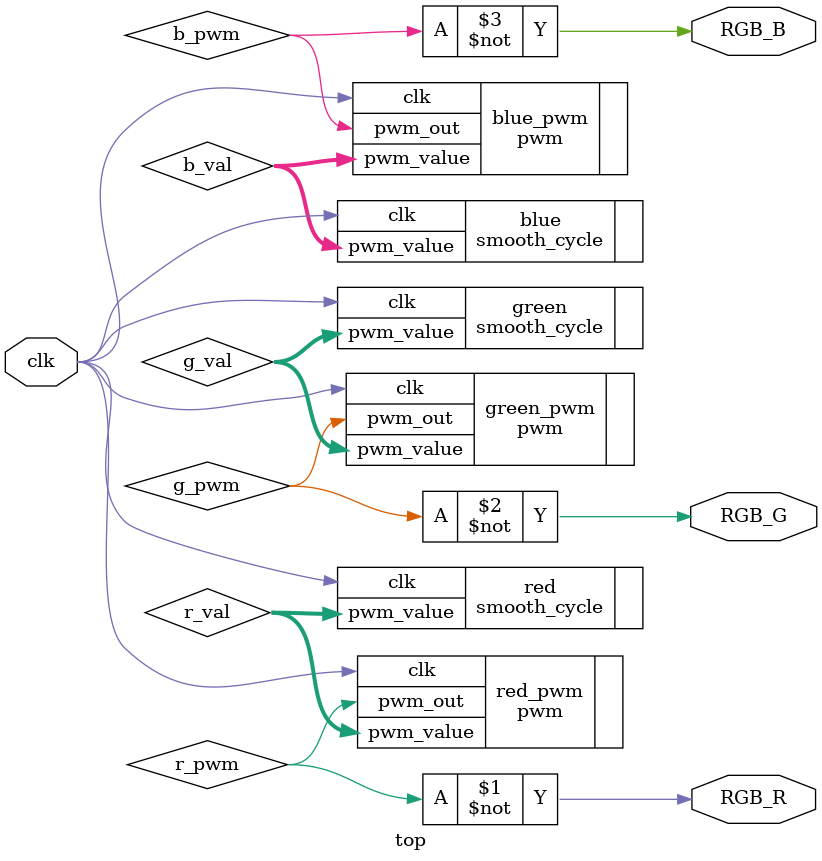
<source format=sv>
`include "pwm.sv"
`include "smooth_cycle.sv" // I had to comment out the include statements to make the iverilog work

module top(
    input clk,
    output RGB_R,
    output RGB_G,
    output RGB_B
);
    localparam PWM_INTERVAL = 1200;
    localparam HOLD_OFF_STEPS = 800;      
    localparam RAMP_STEPS = 400;          
    localparam HOLD_ON_STEPS = 800;       
    localparam PHASE_SHIFT = 800;         

    wire [10:0] r_val, g_val, b_val;
    wire r_pwm, g_pwm, b_pwm;

    // Red (0° phase)
    smooth_cycle #(
        .INIT_PHASE_OFFSET(0),
        .HOLD_OFF_STEPS(HOLD_OFF_STEPS),
        .RAMP_STEPS(RAMP_STEPS),
        .HOLD_ON_STEPS(HOLD_ON_STEPS)
    ) red (
        .clk(clk),
        .pwm_value(r_val)
    );

    // Green (120° phase shift)
    smooth_cycle #(
        .INIT_PHASE_OFFSET(PHASE_SHIFT),
        .HOLD_OFF_STEPS(HOLD_OFF_STEPS),
        .RAMP_STEPS(RAMP_STEPS),
        .HOLD_ON_STEPS(HOLD_ON_STEPS)
    ) green (
        .clk(clk),
        .pwm_value(g_val)
    );

    // Blue (240° phase shift)
    smooth_cycle #(
        .INIT_PHASE_OFFSET(2*PHASE_SHIFT),
        .HOLD_OFF_STEPS(HOLD_OFF_STEPS),
        .RAMP_STEPS(RAMP_STEPS),
        .HOLD_ON_STEPS(HOLD_ON_STEPS)
    ) blue (
        .clk(clk),
        .pwm_value(b_val)
    );

    // PWM Modules
    pwm red_pwm (.clk(clk), .pwm_value(r_val), .pwm_out(r_pwm));
    pwm green_pwm (.clk(clk), .pwm_value(g_val), .pwm_out(g_pwm));
    pwm blue_pwm (.clk(clk), .pwm_value(b_val), .pwm_out(b_pwm));

    // Active-low outputs
    assign RGB_R = ~r_pwm;
    assign RGB_G = ~g_pwm;
    assign RGB_B = ~b_pwm;
endmodule
</source>
